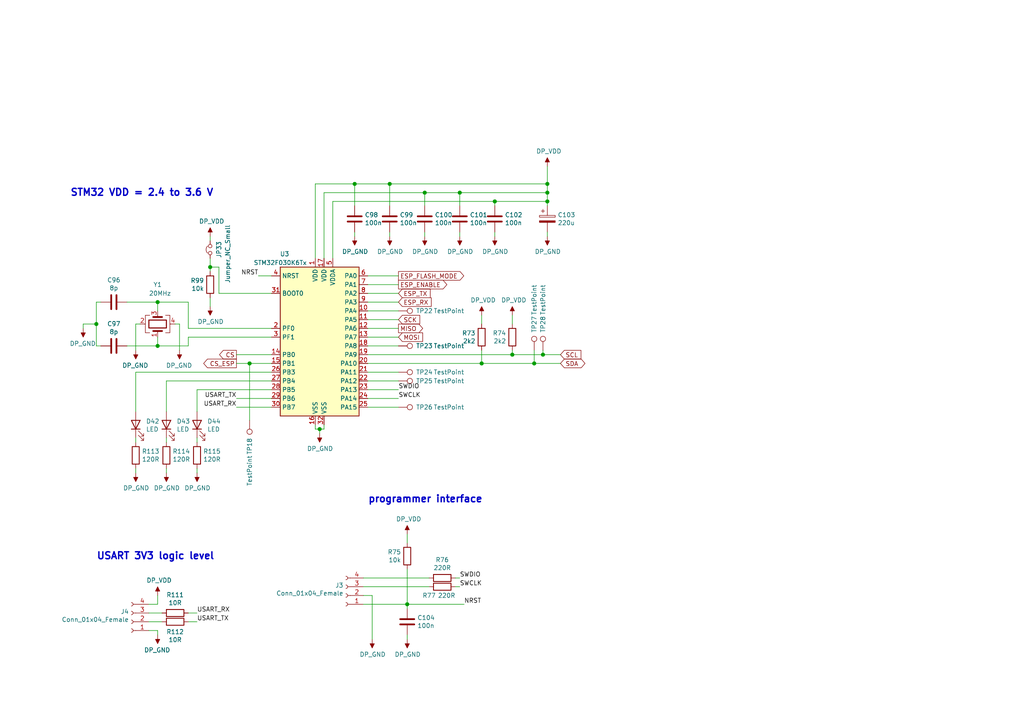
<source format=kicad_sch>
(kicad_sch (version 20210621) (generator eeschema)
  (paper "A4")
  (title_block (title "EEG signal processing") (rev "1.0") (company "MIT License"))
  (lib_symbols
    (symbol "Connector:Conn_01x04_Female" (pin_names (offset 1.016) hide)
      (property "Reference" "J" (at 0 5.08 0))
      (property "Value" "Conn_01x04_Female" (at 0 -7.62 0))
      (symbol "Conn_01x04_Female_1_1"
        (arc (start 0 -4.572) (end 0 -5.588) (radius (at 0 -5.08) (length 0.508) (angles 90.1 -90.1)) (stroke (width 0.1524)))
        (arc (start 0 -2.032) (end 0 -3.048) (radius (at 0 -2.54) (length 0.508) (angles 90.1 -90.1)) (stroke (width 0.1524)))
        (arc (start 0 0.508) (end 0 -0.508) (radius (at 0 0) (length 0.508) (angles 90.1 -90.1)) (stroke (width 0.1524)))
        (arc (start 0 3.048) (end 0 2.032) (radius (at 0 2.54) (length 0.508) (angles 90.1 -90.1)) (stroke (width 0.1524)))
        (polyline (pts (xy -1.27 -5.08) (xy -0.508 -5.08)) (stroke (width 0.1524)))
        (polyline (pts (xy -1.27 -2.54) (xy -0.508 -2.54)) (stroke (width 0.1524)))
        (polyline (pts (xy -1.27 0) (xy -0.508 0)) (stroke (width 0.1524)))
        (polyline (pts (xy -1.27 2.54) (xy -0.508 2.54)) (stroke (width 0.1524)))
        (pin passive line (at -5.08 2.54 0) (length 3.81) (name "Pin_1") (number "1"))
        (pin passive line (at -5.08 0 0) (length 3.81) (name "Pin_2") (number "2"))
        (pin passive line (at -5.08 -2.54 0) (length 3.81) (name "Pin_3") (number "3"))
        (pin passive line (at -5.08 -5.08 0) (length 3.81) (name "Pin_4") (number "4"))
      )
    )
    (symbol "Connector:TestPoint" (pin_numbers hide) (pin_names (offset 0.762) hide)
      (property "Reference" "TP" (at 0 6.858 0))
      (property "Value" "TestPoint" (at 0 5.08 0))
      (symbol "TestPoint_0_1"
        (circle (center 0 3.302) (radius 0.762))
      )
      (symbol "TestPoint_1_1"
        (pin passive line (at 0 0 90) (length 2.54) (name "1") (number "1"))
      )
    )
    (symbol "Device:C" (pin_numbers hide) (pin_names (offset 0.254))
      (property "Reference" "C" (at 0.635 2.54 0))
      (property "Value" "C" (at 0.635 -2.54 0))
      (symbol "C_0_1"
        (polyline (pts (xy -2.032 -0.762) (xy 2.032 -0.762)) (stroke (width 0.508)))
        (polyline (pts (xy -2.032 0.762) (xy 2.032 0.762)) (stroke (width 0.508)))
      )
      (symbol "C_1_1"
        (pin passive line (at 0 3.81 270) (length 2.794) (name "~") (number "1"))
        (pin passive line (at 0 -3.81 90) (length 2.794) (name "~") (number "2"))
      )
    )
    (symbol "Device:CP" (pin_numbers hide) (pin_names (offset 0.254))
      (property "Reference" "C" (at 0.635 2.54 0))
      (property "Value" "CP" (at 0.635 -2.54 0))
      (symbol "CP_0_1"
        (rectangle (start -2.286 0.508) (end 2.286 1.016))
        (rectangle (start 2.286 -0.508) (end -2.286 -1.016) (fill (type outline)))
        (polyline (pts (xy -1.778 2.286) (xy -0.762 2.286)))
        (polyline (pts (xy -1.27 2.794) (xy -1.27 1.778)))
      )
      (symbol "CP_1_1"
        (pin passive line (at 0 3.81 270) (length 2.794) (name "~") (number "1"))
        (pin passive line (at 0 -3.81 90) (length 2.794) (name "~") (number "2"))
      )
    )
    (symbol "Device:Crystal_GND24" (pin_names (offset 1.016) hide)
      (property "Reference" "Y" (at 3.175 5.08 0))
      (property "Value" "Crystal_GND24" (at 3.175 3.175 0))
      (symbol "Crystal_GND24_0_1"
        (rectangle (start -1.143 2.54) (end 1.143 -2.54) (stroke (width 0.3048)))
        (polyline (pts (xy -2.54 0) (xy -2.032 0)))
        (polyline (pts (xy -2.032 -1.27) (xy -2.032 1.27)) (stroke (width 0.508)))
        (polyline (pts (xy 0 -3.81) (xy 0 -3.556)))
        (polyline (pts (xy 0 3.556) (xy 0 3.81)))
        (polyline (pts (xy 2.032 -1.27) (xy 2.032 1.27)) (stroke (width 0.508)))
        (polyline (pts (xy 2.032 0) (xy 2.54 0)))
        (polyline (pts (xy -2.54 -2.286) (xy -2.54 -3.556) (xy 2.54 -3.556) (xy 2.54 -2.286)))
        (polyline (pts (xy -2.54 2.286) (xy -2.54 3.556) (xy 2.54 3.556) (xy 2.54 2.286)))
      )
      (symbol "Crystal_GND24_1_1"
        (pin passive line (at -3.81 0 0) (length 1.27) (name "1") (number "1"))
        (pin passive line (at 0 5.08 270) (length 1.27) (name "2") (number "2"))
        (pin passive line (at 3.81 0 180) (length 1.27) (name "3") (number "3"))
        (pin passive line (at 0 -5.08 90) (length 1.27) (name "4") (number "4"))
      )
    )
    (symbol "Device:Jumper_NC_Small" (pin_numbers hide) (pin_names (offset 0.762) hide)
      (property "Reference" "JP" (at 0 2.032 0))
      (property "Value" "Jumper_NC_Small" (at 0.254 -1.524 0))
      (symbol "Jumper_NC_Small_0_1"
        (arc (start 1.016 0.762) (end -1.016 0.762) (radius (at 0 -0.254) (length 1.4478) (angles 45 135)))
        (circle (center -1.016 0) (radius 0.508))
        (circle (center 1.016 0) (radius 0.508))
        (pin passive line (at -2.54 0 0) (length 1.016) (name "1") (number "1"))
        (pin passive line (at 2.54 0 180) (length 1.016) (name "2") (number "2"))
      )
    )
    (symbol "Device:LED" (pin_numbers hide) (pin_names (offset 1.016) hide)
      (property "Reference" "D" (at 0 2.54 0))
      (property "Value" "LED" (at 0 -2.54 0))
      (symbol "LED_0_1"
        (polyline (pts (xy -1.27 -1.27) (xy -1.27 1.27)) (stroke (width 0.254)))
        (polyline (pts (xy -1.27 0) (xy 1.27 0)))
        (polyline (pts (xy 1.27 -1.27) (xy 1.27 1.27) (xy -1.27 0) (xy 1.27 -1.27)) (stroke (width 0.254)))
        (polyline (pts (xy -3.048 -0.762) (xy -4.572 -2.286) (xy -3.81 -2.286) (xy -4.572 -2.286) (xy -4.572 -1.524)))
        (polyline (pts (xy -1.778 -0.762) (xy -3.302 -2.286) (xy -2.54 -2.286) (xy -3.302 -2.286) (xy -3.302 -1.524)))
      )
      (symbol "LED_1_1"
        (pin passive line (at -3.81 0 0) (length 2.54) (name "K") (number "1"))
        (pin passive line (at 3.81 0 180) (length 2.54) (name "A") (number "2"))
      )
    )
    (symbol "Device:R" (pin_numbers hide) (pin_names (offset 0))
      (property "Reference" "R" (at 2.032 0 90))
      (property "Value" "R" (at 0 0 90))
      (symbol "R_0_1"
        (rectangle (start -1.016 -2.54) (end 1.016 2.54) (stroke (width 0.254)))
      )
      (symbol "R_1_1"
        (pin passive line (at 0 3.81 270) (length 1.27) (name "~") (number "1"))
        (pin passive line (at 0 -3.81 90) (length 1.27) (name "~") (number "2"))
      )
    )
    (symbol "Electroencephalograph:DP_GND" (pin_names (offset 0))
      (property "Value" "DP_GND" (at 0 -3.81 0))
      (symbol "DP_GND_1_1"
        (polyline (pts (xy 0 0) (xy 0 -1.27)))
        (polyline (pts (xy 0 -1.27) (xy -0.635 -1.27) (xy 0 -2.54) (xy 0.635 -1.27) (xy 0 -1.27)) (fill (type outline)))
        (pin power_in line (at 0 0 270) (length 0) hide (name "DP_GND") (number "1"))
      )
    )
    (symbol "Electroencephalograph:DP_VDD" (pin_names (offset 0))
      (property "Value" "DP_VDD" (at 0 3.175 0))
      (symbol "DP_VDD_1_1"
        (polyline (pts (xy 0 0) (xy 0 1.27)))
        (polyline (pts (xy 0 1.27) (xy 0.635 1.27) (xy 0 2.54) (xy -0.635 1.27) (xy 0 1.27)) (fill (type outline)))
        (pin power_in line (at 0 0 90) (length 0) hide (name "DP_VDD") (number "1"))
      )
    )
    (symbol "MCU_ST_STM32F0:STM32F030K6Tx"
      (property "Reference" "U" (at -12.7 21.59 0))
      (property "Value" "STM32F030K6Tx" (at 5.08 21.59 0))
      (symbol "STM32F030K6Tx_0_1"
        (rectangle (start -12.7 -22.86) (end 10.16 20.32) (stroke (width 0.254)) (fill (type background)))
      )
      (symbol "STM32F030K6Tx_1_1"
        (pin power_in line (at -2.54 22.86 270) (length 2.54) (name "VDD") (number "1"))
        (pin bidirectional line (at 12.7 7.62 180) (length 2.54) (name "PA4") (number "10"))
        (pin bidirectional line (at 12.7 5.08 180) (length 2.54) (name "PA5") (number "11"))
        (pin bidirectional line (at 12.7 2.54 180) (length 2.54) (name "PA6") (number "12"))
        (pin bidirectional line (at 12.7 0 180) (length 2.54) (name "PA7") (number "13"))
        (pin bidirectional line (at -15.24 -5.08 0) (length 2.54) (name "PB0") (number "14"))
        (pin bidirectional line (at -15.24 -7.62 0) (length 2.54) (name "PB1") (number "15"))
        (pin power_in line (at -2.54 -25.4 90) (length 2.54) (name "VSS") (number "16"))
        (pin power_in line (at 0 22.86 270) (length 2.54) (name "VDD") (number "17"))
        (pin bidirectional line (at 12.7 -2.54 180) (length 2.54) (name "PA8") (number "18"))
        (pin bidirectional line (at 12.7 -5.08 180) (length 2.54) (name "PA9") (number "19"))
        (pin input line (at -15.24 2.54 0) (length 2.54) (name "PF0") (number "2"))
        (pin bidirectional line (at 12.7 -7.62 180) (length 2.54) (name "PA10") (number "20"))
        (pin bidirectional line (at 12.7 -10.16 180) (length 2.54) (name "PA11") (number "21"))
        (pin bidirectional line (at 12.7 -12.7 180) (length 2.54) (name "PA12") (number "22"))
        (pin bidirectional line (at 12.7 -15.24 180) (length 2.54) (name "PA13") (number "23"))
        (pin bidirectional line (at 12.7 -17.78 180) (length 2.54) (name "PA14") (number "24"))
        (pin bidirectional line (at 12.7 -20.32 180) (length 2.54) (name "PA15") (number "25"))
        (pin bidirectional line (at -15.24 -10.16 0) (length 2.54) (name "PB3") (number "26"))
        (pin bidirectional line (at -15.24 -12.7 0) (length 2.54) (name "PB4") (number "27"))
        (pin bidirectional line (at -15.24 -15.24 0) (length 2.54) (name "PB5") (number "28"))
        (pin bidirectional line (at -15.24 -17.78 0) (length 2.54) (name "PB6") (number "29"))
        (pin input line (at -15.24 0 0) (length 2.54) (name "PF1") (number "3"))
        (pin bidirectional line (at -15.24 -20.32 0) (length 2.54) (name "PB7") (number "30"))
        (pin input line (at -15.24 12.7 0) (length 2.54) (name "BOOT0") (number "31"))
        (pin power_in line (at 0 -25.4 90) (length 2.54) (name "VSS") (number "32"))
        (pin input line (at -15.24 17.78 0) (length 2.54) (name "NRST") (number "4"))
        (pin power_in line (at 2.54 22.86 270) (length 2.54) (name "VDDA") (number "5"))
        (pin bidirectional line (at 12.7 17.78 180) (length 2.54) (name "PA0") (number "6"))
        (pin bidirectional line (at 12.7 15.24 180) (length 2.54) (name "PA1") (number "7"))
        (pin bidirectional line (at 12.7 12.7 180) (length 2.54) (name "PA2") (number "8"))
        (pin bidirectional line (at 12.7 10.16 180) (length 2.54) (name "PA3") (number "9"))
      )
    )
  )
  (junction (at 27.94 93.98) (diameter 1.016))
  (junction (at 45.72 87.63) (diameter 1.016))
  (junction (at 45.72 100.33) (diameter 1.016))
  (junction (at 60.96 77.47) (diameter 1.016))
  (junction (at 72.39 105.41) (diameter 1.016))
  (junction (at 92.71 124.46) (diameter 1.016))
  (junction (at 102.87 53.34) (diameter 1.016))
  (junction (at 113.03 53.34) (diameter 1.016))
  (junction (at 118.11 175.26) (diameter 1.016))
  (junction (at 123.19 55.88) (diameter 1.016))
  (junction (at 133.35 55.88) (diameter 1.016))
  (junction (at 139.7 105.41) (diameter 1.016))
  (junction (at 143.51 58.42) (diameter 1.016))
  (junction (at 148.59 102.87) (diameter 1.016))
  (junction (at 154.94 105.41) (diameter 1.016))
  (junction (at 157.48 102.87) (diameter 1.016))
  (junction (at 158.75 53.34) (diameter 1.016))
  (junction (at 158.75 55.88) (diameter 1.016))
  (junction (at 158.75 58.42) (diameter 1.016))
  (wire (pts (xy 24.13 93.98) (xy 27.94 93.98)))
  (wire (pts (xy 24.13 95.25) (xy 24.13 93.98)))
  (wire (pts (xy 27.94 87.63) (xy 27.94 93.98)))
  (wire (pts (xy 27.94 93.98) (xy 27.94 100.33)))
  (wire (pts (xy 29.21 87.63) (xy 27.94 87.63)))
  (wire (pts (xy 29.21 100.33) (xy 27.94 100.33)))
  (wire (pts (xy 36.83 87.63) (xy 45.72 87.63)))
  (wire (pts (xy 36.83 100.33) (xy 45.72 100.33)))
  (wire (pts (xy 39.37 93.98) (xy 39.37 101.6)))
  (wire (pts (xy 39.37 107.95) (xy 39.37 119.38)))
  (wire (pts (xy 39.37 107.95) (xy 78.74 107.95)))
  (wire (pts (xy 39.37 127) (xy 39.37 128.27)))
  (wire (pts (xy 39.37 137.16) (xy 39.37 135.89)))
  (wire (pts (xy 40.64 93.98) (xy 39.37 93.98)))
  (wire (pts (xy 43.18 175.26) (xy 45.72 175.26)))
  (wire (pts (xy 43.18 177.8) (xy 46.99 177.8)))
  (wire (pts (xy 43.18 180.34) (xy 46.99 180.34)))
  (wire (pts (xy 43.18 182.88) (xy 45.72 182.88)))
  (wire (pts (xy 45.72 87.63) (xy 45.72 90.17)))
  (wire (pts (xy 45.72 100.33) (xy 45.72 97.79)))
  (wire (pts (xy 45.72 175.26) (xy 45.72 172.72)))
  (wire (pts (xy 45.72 182.88) (xy 45.72 184.15)))
  (wire (pts (xy 48.26 110.49) (xy 48.26 119.38)))
  (wire (pts (xy 48.26 110.49) (xy 78.74 110.49)))
  (wire (pts (xy 48.26 127) (xy 48.26 128.27)))
  (wire (pts (xy 48.26 137.16) (xy 48.26 135.89)))
  (wire (pts (xy 50.8 93.98) (xy 52.07 93.98)))
  (wire (pts (xy 52.07 93.98) (xy 52.07 101.6)))
  (wire (pts (xy 54.61 87.63) (xy 45.72 87.63)))
  (wire (pts (xy 54.61 95.25) (xy 54.61 87.63)))
  (wire (pts (xy 54.61 97.79) (xy 54.61 100.33)))
  (wire (pts (xy 54.61 100.33) (xy 45.72 100.33)))
  (wire (pts (xy 54.61 177.8) (xy 57.15 177.8)))
  (wire (pts (xy 54.61 180.34) (xy 57.15 180.34)))
  (wire (pts (xy 57.15 113.03) (xy 57.15 119.38)))
  (wire (pts (xy 57.15 113.03) (xy 78.74 113.03)))
  (wire (pts (xy 57.15 127) (xy 57.15 128.27)))
  (wire (pts (xy 57.15 137.16) (xy 57.15 135.89)))
  (wire (pts (xy 60.96 68.58) (xy 60.96 69.85)))
  (wire (pts (xy 60.96 74.93) (xy 60.96 77.47)))
  (wire (pts (xy 60.96 77.47) (xy 60.96 78.74)))
  (wire (pts (xy 60.96 86.36) (xy 60.96 88.9)))
  (wire (pts (xy 63.5 77.47) (xy 60.96 77.47)))
  (wire (pts (xy 63.5 85.09) (xy 63.5 77.47)))
  (wire (pts (xy 63.5 85.09) (xy 78.74 85.09)))
  (wire (pts (xy 68.58 102.87) (xy 78.74 102.87)))
  (wire (pts (xy 72.39 105.41) (xy 68.58 105.41)))
  (wire (pts (xy 72.39 121.92) (xy 72.39 105.41)))
  (wire (pts (xy 78.74 80.01) (xy 74.93 80.01)))
  (wire (pts (xy 78.74 95.25) (xy 54.61 95.25)))
  (wire (pts (xy 78.74 97.79) (xy 54.61 97.79)))
  (wire (pts (xy 78.74 105.41) (xy 72.39 105.41)))
  (wire (pts (xy 78.74 115.57) (xy 68.58 115.57)))
  (wire (pts (xy 78.74 118.11) (xy 68.58 118.11)))
  (wire (pts (xy 91.44 53.34) (xy 102.87 53.34)))
  (wire (pts (xy 91.44 74.93) (xy 91.44 53.34)))
  (wire (pts (xy 91.44 123.19) (xy 91.44 124.46)))
  (wire (pts (xy 91.44 124.46) (xy 92.71 124.46)))
  (wire (pts (xy 92.71 124.46) (xy 93.98 124.46)))
  (wire (pts (xy 92.71 125.73) (xy 92.71 124.46)))
  (wire (pts (xy 93.98 55.88) (xy 123.19 55.88)))
  (wire (pts (xy 93.98 74.93) (xy 93.98 55.88)))
  (wire (pts (xy 93.98 124.46) (xy 93.98 123.19)))
  (wire (pts (xy 96.52 58.42) (xy 143.51 58.42)))
  (wire (pts (xy 96.52 74.93) (xy 96.52 58.42)))
  (wire (pts (xy 102.87 53.34) (xy 113.03 53.34)))
  (wire (pts (xy 102.87 59.69) (xy 102.87 53.34)))
  (wire (pts (xy 102.87 68.58) (xy 102.87 67.31)))
  (wire (pts (xy 105.41 167.64) (xy 124.46 167.64)))
  (wire (pts (xy 105.41 170.18) (xy 124.46 170.18)))
  (wire (pts (xy 105.41 172.72) (xy 107.95 172.72)))
  (wire (pts (xy 105.41 175.26) (xy 118.11 175.26)))
  (wire (pts (xy 106.68 85.09) (xy 115.57 85.09)))
  (wire (pts (xy 106.68 87.63) (xy 115.57 87.63)))
  (wire (pts (xy 106.68 92.71) (xy 115.57 92.71)))
  (wire (pts (xy 106.68 95.25) (xy 115.57 95.25)))
  (wire (pts (xy 106.68 97.79) (xy 115.57 97.79)))
  (wire (pts (xy 106.68 102.87) (xy 148.59 102.87)))
  (wire (pts (xy 106.68 105.41) (xy 139.7 105.41)))
  (wire (pts (xy 106.68 113.03) (xy 115.57 113.03)))
  (wire (pts (xy 106.68 115.57) (xy 115.57 115.57)))
  (wire (pts (xy 106.68 118.11) (xy 115.57 118.11)))
  (wire (pts (xy 107.95 172.72) (xy 107.95 185.42)))
  (wire (pts (xy 113.03 53.34) (xy 158.75 53.34)))
  (wire (pts (xy 113.03 59.69) (xy 113.03 53.34)))
  (wire (pts (xy 113.03 68.58) (xy 113.03 67.31)))
  (wire (pts (xy 115.57 80.01) (xy 106.68 80.01)))
  (wire (pts (xy 115.57 82.55) (xy 106.68 82.55)))
  (wire (pts (xy 115.57 90.17) (xy 106.68 90.17)))
  (wire (pts (xy 115.57 100.33) (xy 106.68 100.33)))
  (wire (pts (xy 115.57 107.95) (xy 106.68 107.95)))
  (wire (pts (xy 115.57 110.49) (xy 106.68 110.49)))
  (wire (pts (xy 118.11 157.48) (xy 118.11 154.94)))
  (wire (pts (xy 118.11 175.26) (xy 118.11 165.1)))
  (wire (pts (xy 118.11 175.26) (xy 118.11 176.53)))
  (wire (pts (xy 118.11 185.42) (xy 118.11 184.15)))
  (wire (pts (xy 123.19 55.88) (xy 133.35 55.88)))
  (wire (pts (xy 123.19 59.69) (xy 123.19 55.88)))
  (wire (pts (xy 123.19 68.58) (xy 123.19 67.31)))
  (wire (pts (xy 132.08 167.64) (xy 133.35 167.64)))
  (wire (pts (xy 132.08 170.18) (xy 133.35 170.18)))
  (wire (pts (xy 133.35 55.88) (xy 158.75 55.88)))
  (wire (pts (xy 133.35 59.69) (xy 133.35 55.88)))
  (wire (pts (xy 133.35 68.58) (xy 133.35 67.31)))
  (wire (pts (xy 134.62 175.26) (xy 118.11 175.26)))
  (wire (pts (xy 139.7 93.98) (xy 139.7 91.44)))
  (wire (pts (xy 139.7 101.6) (xy 139.7 105.41)))
  (wire (pts (xy 139.7 105.41) (xy 154.94 105.41)))
  (wire (pts (xy 143.51 58.42) (xy 158.75 58.42)))
  (wire (pts (xy 143.51 59.69) (xy 143.51 58.42)))
  (wire (pts (xy 143.51 68.58) (xy 143.51 67.31)))
  (wire (pts (xy 148.59 93.98) (xy 148.59 91.44)))
  (wire (pts (xy 148.59 101.6) (xy 148.59 102.87)))
  (wire (pts (xy 148.59 102.87) (xy 157.48 102.87)))
  (wire (pts (xy 154.94 101.6) (xy 154.94 105.41)))
  (wire (pts (xy 154.94 105.41) (xy 162.56 105.41)))
  (wire (pts (xy 157.48 101.6) (xy 157.48 102.87)))
  (wire (pts (xy 157.48 102.87) (xy 162.56 102.87)))
  (wire (pts (xy 158.75 48.26) (xy 158.75 53.34)))
  (wire (pts (xy 158.75 55.88) (xy 158.75 53.34)))
  (wire (pts (xy 158.75 58.42) (xy 158.75 55.88)))
  (wire (pts (xy 158.75 59.69) (xy 158.75 58.42)))
  (wire (pts (xy 158.75 68.58) (xy 158.75 67.31)))
  (text "STM32 VDD = 2.4 to 3.6 V" (at 20.32 57.15 0) (effects (font (size 2.0066 2.0066) (thickness 0.4013) bold) (justify left bottom)))
  (text "USART 3V3 logic level" (at 27.94 162.56 0) (effects (font (size 2.0066 2.0066) (thickness 0.4013) bold) (justify left bottom)))
  (text "programmer interface" (at 106.68 146.05 0) (effects (font (size 2.0066 2.0066) (thickness 0.4013) bold) (justify left bottom)))
  (label "USART_RX" (at 57.15 177.8 0))
  (label "USART_TX" (at 57.15 180.34 0))
  (label "USART_TX" (at 68.58 115.57 180))
  (label "USART_RX" (at 68.58 118.11 180))
  (label "NRST" (at 74.93 80.01 180))
  (label "SWDIO" (at 115.57 113.03 0))
  (label "SWCLK" (at 115.57 115.57 0))
  (label "SWDIO" (at 133.35 167.64 0))
  (label "SWCLK" (at 133.35 170.18 0))
  (label "NRST" (at 134.62 175.26 0))
  (global_label "CS" (shape output) (at 68.58 102.87 180) (property "Intersheet References" "${INTERSHEET_REFS}" (effects hide)))
  (global_label "CS_ESP" (shape output) (at 68.58 105.41 180) (property "Intersheet References" "${INTERSHEET_REFS}" (effects hide)))
  (global_label "ESP_FLASH_MODE" (shape output) (at 115.57 80.01 0) (property "Intersheet References" "${INTERSHEET_REFS}" (effects hide)))
  (global_label "ESP_ENABLE" (shape output) (at 115.57 82.55 0) (property "Intersheet References" "${INTERSHEET_REFS}" (effects hide)))
  (global_label "ESP_TX" (shape input) (at 115.57 85.09 0) (property "Intersheet References" "${INTERSHEET_REFS}" (effects hide)))
  (global_label "ESP_RX" (shape input) (at 115.57 87.63 0) (property "Intersheet References" "${INTERSHEET_REFS}" (effects hide)))
  (global_label "SCK" (shape input) (at 115.57 92.71 0) (property "Intersheet References" "${INTERSHEET_REFS}" (effects hide)))
  (global_label "MISO" (shape output) (at 115.57 95.25 0) (property "Intersheet References" "${INTERSHEET_REFS}" (effects hide)))
  (global_label "MOSI" (shape input) (at 115.57 97.79 0) (property "Intersheet References" "${INTERSHEET_REFS}" (effects hide)))
  (global_label "SCL" (shape input) (at 162.56 102.87 0) (property "Intersheet References" "${INTERSHEET_REFS}" (effects hide)))
  (global_label "SDA" (shape bidirectional) (at 162.56 105.41 0) (property "Intersheet References" "${INTERSHEET_REFS}" (effects hide)))
  (symbol (lib_id "Electroencephalograph:DP_GND") (at 24.13 95.25 0) (mirror y)
    (property "Reference" "#PWR178" (effects hide))
    (property "Value" "DP_GND" (at 24.003 99.6442 0))
  )
  (symbol (lib_id "Electroencephalograph:DP_GND") (at 39.37 101.6 0) (mirror y)
    (property "Reference" "#PWR179" (effects hide))
    (property "Value" "DP_GND" (at 39.243 105.9942 0))
  )
  (symbol (lib_id "Electroencephalograph:DP_GND") (at 39.37 137.16 0)
    (property "Reference" "#PWR232" (effects hide))
    (property "Value" "DP_GND" (at 39.497 141.5542 0))
  )
  (symbol (lib_id "Electroencephalograph:DP_VDD") (at 45.72 172.72 0) (unit 1)
    (property "Reference" "#PWR214" (effects hide))
    (property "Value" "DP_VDD" (at 46.1518 168.3258 0))
  )
  (symbol (lib_id "Electroencephalograph:DP_GND") (at 45.72 184.15 0) (mirror y)
    (property "Reference" "#PWR191" (effects hide))
    (property "Value" "DP_GND" (at 45.593 188.5442 0))
  )
  (symbol (lib_id "Electroencephalograph:DP_GND") (at 48.26 137.16 0)
    (property "Reference" "#PWR233" (effects hide))
    (property "Value" "DP_GND" (at 48.387 141.5542 0))
  )
  (symbol (lib_id "Electroencephalograph:DP_GND") (at 52.07 101.6 0) (mirror y)
    (property "Reference" "#PWR180" (effects hide))
    (property "Value" "DP_GND" (at 51.943 105.9942 0))
  )
  (symbol (lib_id "Electroencephalograph:DP_GND") (at 57.15 137.16 0)
    (property "Reference" "#PWR234" (effects hide))
    (property "Value" "DP_GND" (at 57.277 141.5542 0))
  )
  (symbol (lib_id "Electroencephalograph:DP_VDD") (at 60.96 68.58 0) (unit 1)
    (property "Reference" "#PWR219" (effects hide))
    (property "Value" "DP_VDD" (at 61.3918 64.1858 0))
  )
  (symbol (lib_id "Electroencephalograph:DP_GND") (at 60.96 88.9 0)
    (property "Reference" "#PWR181" (effects hide))
    (property "Value" "DP_GND" (at 61.087 93.2942 0))
  )
  (symbol (lib_id "Electroencephalograph:DP_GND") (at 92.71 125.73 0)
    (property "Reference" "#PWR182" (effects hide))
    (property "Value" "DP_GND" (at 92.837 130.1242 0))
  )
  (symbol (lib_id "Electroencephalograph:DP_GND") (at 102.87 68.58 0)
    (property "Reference" "#PWR183" (effects hide))
    (property "Value" "DP_GND" (at 102.997 72.9742 0))
  )
  (symbol (lib_id "Electroencephalograph:DP_GND") (at 107.95 185.42 0)
    (property "Reference" "#PWR189" (effects hide))
    (property "Value" "DP_GND" (at 108.077 189.8142 0))
  )
  (symbol (lib_id "Electroencephalograph:DP_GND") (at 113.03 68.58 0)
    (property "Reference" "#PWR184" (effects hide))
    (property "Value" "DP_GND" (at 113.157 72.9742 0))
  )
  (symbol (lib_id "Electroencephalograph:DP_VDD") (at 118.11 154.94 0) (unit 1)
    (property "Reference" "#PWR215" (effects hide))
    (property "Value" "DP_VDD" (at 118.5418 150.5458 0))
  )
  (symbol (lib_id "Electroencephalograph:DP_GND") (at 118.11 185.42 0)
    (property "Reference" "#PWR190" (effects hide))
    (property "Value" "DP_GND" (at 118.237 189.8142 0))
  )
  (symbol (lib_id "Electroencephalograph:DP_GND") (at 123.19 68.58 0)
    (property "Reference" "#PWR185" (effects hide))
    (property "Value" "DP_GND" (at 123.317 72.9742 0))
  )
  (symbol (lib_id "Electroencephalograph:DP_GND") (at 133.35 68.58 0)
    (property "Reference" "#PWR186" (effects hide))
    (property "Value" "DP_GND" (at 133.477 72.9742 0))
  )
  (symbol (lib_id "Electroencephalograph:DP_VDD") (at 139.7 91.44 0) (unit 1)
    (property "Reference" "#PWR216" (effects hide))
    (property "Value" "DP_VDD" (at 140.1318 87.0458 0))
  )
  (symbol (lib_id "Electroencephalograph:DP_GND") (at 143.51 68.58 0)
    (property "Reference" "#PWR187" (effects hide))
    (property "Value" "DP_GND" (at 143.637 72.9742 0))
  )
  (symbol (lib_id "Electroencephalograph:DP_VDD") (at 148.59 91.44 0) (unit 1)
    (property "Reference" "#PWR218" (effects hide))
    (property "Value" "DP_VDD" (at 149.0218 87.0458 0))
  )
  (symbol (lib_id "Electroencephalograph:DP_VDD") (at 158.75 48.26 0) (unit 1)
    (property "Reference" "#PWR217" (effects hide))
    (property "Value" "DP_VDD" (at 159.1818 43.8658 0))
  )
  (symbol (lib_id "Electroencephalograph:DP_GND") (at 158.75 68.58 0)
    (property "Reference" "#PWR188" (effects hide))
    (property "Value" "DP_GND" (at 158.877 72.9742 0))
  )
  (symbol (lib_id "Connector:TestPoint") (at 72.39 121.92 180) (unit 1)
    (property "Reference" "TP18" (at 72.39 127 90) (effects (justify left)))
    (property "Value" "TestPoint" (at 72.39 132.08 90) (effects (justify left)))
    (property "Footprint" "TestPoint:TestPoint_Pad_D1.0mm" (effects hide))
  )
  (symbol (lib_id "Connector:TestPoint") (at 115.57 90.17 270) (unit 1)
    (property "Reference" "TP22" (at 120.65 90.17 90) (effects (justify left)))
    (property "Value" "TestPoint" (at 125.73 90.17 90) (effects (justify left)))
    (property "Footprint" "TestPoint:TestPoint_Pad_D1.0mm" (effects hide))
  )
  (symbol (lib_id "Connector:TestPoint") (at 115.57 100.33 270) (unit 1)
    (property "Reference" "TP23" (at 120.65 100.33 90) (effects (justify left)))
    (property "Value" "TestPoint" (at 125.73 100.33 90) (effects (justify left)))
    (property "Footprint" "TestPoint:TestPoint_Pad_D1.0mm" (effects hide))
  )
  (symbol (lib_id "Connector:TestPoint") (at 115.57 107.95 270) (unit 1)
    (property "Reference" "TP24" (at 120.65 107.95 90) (effects (justify left)))
    (property "Value" "TestPoint" (at 125.73 107.95 90) (effects (justify left)))
    (property "Footprint" "TestPoint:TestPoint_Pad_D1.0mm" (effects hide))
  )
  (symbol (lib_id "Connector:TestPoint") (at 115.57 110.49 270) (unit 1)
    (property "Reference" "TP25" (at 120.65 110.49 90) (effects (justify left)))
    (property "Value" "TestPoint" (at 125.73 110.49 90) (effects (justify left)))
    (property "Footprint" "TestPoint:TestPoint_Pad_D1.0mm" (effects hide))
  )
  (symbol (lib_id "Connector:TestPoint") (at 115.57 118.11 270) (unit 1)
    (property "Reference" "TP26" (at 120.65 118.11 90) (effects (justify left)))
    (property "Value" "TestPoint" (at 125.73 118.11 90) (effects (justify left)))
    (property "Footprint" "TestPoint:TestPoint_Pad_D1.0mm" (effects hide))
  )
  (symbol (lib_id "Connector:TestPoint") (at 154.94 101.6 0) (unit 1)
    (property "Reference" "TP27" (at 154.94 96.52 90) (effects (justify left)))
    (property "Value" "TestPoint" (at 154.94 91.44 90) (effects (justify left)))
    (property "Footprint" "TestPoint:TestPoint_Pad_D1.0mm" (effects hide))
  )
  (symbol (lib_id "Connector:TestPoint") (at 157.48 101.6 0) (unit 1)
    (property "Reference" "TP28" (at 157.48 96.52 90) (effects (justify left)))
    (property "Value" "TestPoint" (at 157.48 91.44 90) (effects (justify left)))
    (property "Footprint" "TestPoint:TestPoint_Pad_D1.0mm" (effects hide))
  )
  (symbol (lib_id "Device:Jumper_NC_Small") (at 60.96 72.39 90) (mirror x) (unit 1)
    (property "Reference" "JP33" (at 63.5 72.39 0))
    (property "Value" "Jumper_NC_Small" (at 66.04 73.66 0))
    (property "Footprint" "Jumper:SolderJumper-2_P1.3mm_Bridged2Bar_RoundedPad1.0x1.5mm" (effects hide))
  )
  (symbol (lib_id "Device:R") (at 39.37 132.08 0)
    (property "Reference" "R113" (at 41.148 130.9116 0) (effects (justify left)))
    (property "Value" "120R" (at 41.148 133.223 0) (effects (justify left)))
    (property "Footprint" "Resistor_SMD:R_0402_1005Metric" (effects hide))
  )
  (symbol (lib_id "Device:R") (at 48.26 132.08 0)
    (property "Reference" "R114" (at 50.038 130.9116 0) (effects (justify left)))
    (property "Value" "120R" (at 50.038 133.223 0) (effects (justify left)))
    (property "Footprint" "Resistor_SMD:R_0402_1005Metric" (effects hide))
  )
  (symbol (lib_id "Device:R") (at 50.8 177.8 270) (mirror x)
    (property "Reference" "R111" (at 50.8 172.5422 90))
    (property "Value" "10R" (at 50.8 174.8536 90))
    (property "Footprint" "Resistor_SMD:R_0402_1005Metric" (effects hide))
  )
  (symbol (lib_id "Device:R") (at 50.8 180.34 270) (mirror x)
    (property "Reference" "R112" (at 50.8 183.261 90))
    (property "Value" "10R" (at 50.8 185.5724 90))
    (property "Footprint" "Resistor_SMD:R_0402_1005Metric" (effects hide))
  )
  (symbol (lib_id "Device:R") (at 57.15 132.08 0)
    (property "Reference" "R115" (at 58.928 130.9116 0) (effects (justify left)))
    (property "Value" "120R" (at 58.928 133.223 0) (effects (justify left)))
    (property "Footprint" "Resistor_SMD:R_0402_1005Metric" (effects hide))
  )
  (symbol (lib_id "Device:R") (at 60.96 82.55 0) (mirror y)
    (property "Reference" "R99" (at 59.182 81.3816 0) (effects (justify left)))
    (property "Value" "10k" (at 59.182 83.693 0) (effects (justify left)))
    (property "Footprint" "Resistor_SMD:R_0402_1005Metric" (effects hide))
  )
  (symbol (lib_id "Device:R") (at 118.11 161.29 0) (mirror y)
    (property "Reference" "R75" (at 116.332 160.1216 0) (effects (justify left)))
    (property "Value" "10k" (at 116.332 162.433 0) (effects (justify left)))
    (property "Footprint" "Resistor_SMD:R_0402_1005Metric" (effects hide))
  )
  (symbol (lib_id "Device:R") (at 128.27 167.64 270) (mirror x)
    (property "Reference" "R76" (at 128.27 162.3822 90))
    (property "Value" "220R" (at 128.27 164.6936 90))
    (property "Footprint" "Resistor_SMD:R_0402_1005Metric" (effects hide))
  )
  (symbol (lib_id "Device:R") (at 128.27 170.18 270) (mirror x)
    (property "Reference" "R77" (at 124.46 172.72 90))
    (property "Value" "220R" (at 129.54 172.72 90))
    (property "Footprint" "Resistor_SMD:R_0402_1005Metric" (effects hide))
  )
  (symbol (lib_id "Device:R") (at 139.7 97.79 0) (mirror y)
    (property "Reference" "R73" (at 137.922 96.6216 0) (effects (justify left)))
    (property "Value" "2k2" (at 137.922 98.933 0) (effects (justify left)))
    (property "Footprint" "Resistor_SMD:R_0402_1005Metric" (effects hide))
  )
  (symbol (lib_id "Device:R") (at 148.59 97.79 0) (mirror y)
    (property "Reference" "R74" (at 146.812 96.6216 0) (effects (justify left)))
    (property "Value" "2k2" (at 146.812 98.933 0) (effects (justify left)))
    (property "Footprint" "Resistor_SMD:R_0402_1005Metric" (effects hide))
  )
  (symbol (lib_id "Device:LED") (at 39.37 123.19 90)
    (property "Reference" "D42" (at 42.3418 122.1994 90) (effects (justify right)))
    (property "Value" "LED" (at 42.3418 124.5108 90) (effects (justify right)))
    (property "Footprint" "LED_SMD:LED_0402_1005Metric" (effects hide))
  )
  (symbol (lib_id "Device:LED") (at 48.26 123.19 90)
    (property "Reference" "D43" (at 51.2318 122.1994 90) (effects (justify right)))
    (property "Value" "LED" (at 51.2318 124.5108 90) (effects (justify right)))
    (property "Footprint" "LED_SMD:LED_0402_1005Metric" (effects hide))
  )
  (symbol (lib_id "Device:LED") (at 57.15 123.19 90)
    (property "Reference" "D44" (at 60.1218 122.1994 90) (effects (justify right)))
    (property "Value" "LED" (at 60.1218 124.5108 90) (effects (justify right)))
    (property "Footprint" "LED_SMD:LED_0402_1005Metric" (effects hide))
  )
  (symbol (lib_id "Device:C") (at 33.02 87.63 90) (mirror x)
    (property "Reference" "C96" (at 33.02 81.2292 90))
    (property "Value" "8p" (at 33.02 83.5406 90))
    (property "Footprint" "Capacitor_SMD:C_0402_1005Metric" (effects hide))
  )
  (symbol (lib_id "Device:C") (at 33.02 100.33 90) (mirror x)
    (property "Reference" "C97" (at 33.02 93.9292 90))
    (property "Value" "8p" (at 33.02 96.2406 90))
    (property "Footprint" "Capacitor_SMD:C_0402_1005Metric" (effects hide))
  )
  (symbol (lib_id "Device:C") (at 102.87 63.5 0)
    (property "Reference" "C98" (at 105.791 62.3316 0) (effects (justify left)))
    (property "Value" "100n" (at 105.791 64.643 0) (effects (justify left)))
    (property "Footprint" "Capacitor_SMD:C_0402_1005Metric" (effects hide))
  )
  (symbol (lib_id "Device:C") (at 113.03 63.5 0)
    (property "Reference" "C99" (at 115.951 62.3316 0) (effects (justify left)))
    (property "Value" "100n" (at 115.951 64.643 0) (effects (justify left)))
    (property "Footprint" "Capacitor_SMD:C_0402_1005Metric" (effects hide))
  )
  (symbol (lib_id "Device:C") (at 118.11 180.34 0)
    (property "Reference" "C104" (at 121.031 179.1716 0) (effects (justify left)))
    (property "Value" "100n" (at 121.031 181.483 0) (effects (justify left)))
    (property "Footprint" "Capacitor_SMD:C_0402_1005Metric" (effects hide))
  )
  (symbol (lib_id "Device:C") (at 123.19 63.5 0)
    (property "Reference" "C100" (at 126.111 62.3316 0) (effects (justify left)))
    (property "Value" "100n" (at 126.111 64.643 0) (effects (justify left)))
    (property "Footprint" "Capacitor_SMD:C_0402_1005Metric" (effects hide))
  )
  (symbol (lib_id "Device:C") (at 133.35 63.5 0)
    (property "Reference" "C101" (at 136.271 62.3316 0) (effects (justify left)))
    (property "Value" "100n" (at 136.271 64.643 0) (effects (justify left)))
    (property "Footprint" "Capacitor_SMD:C_0402_1005Metric" (effects hide))
  )
  (symbol (lib_id "Device:C") (at 143.51 63.5 0)
    (property "Reference" "C102" (at 146.431 62.3316 0) (effects (justify left)))
    (property "Value" "100n" (at 146.431 64.643 0) (effects (justify left)))
    (property "Footprint" "Capacitor_SMD:C_0402_1005Metric" (effects hide))
  )
  (symbol (lib_id "Device:CP") (at 158.75 63.5 0) (unit 1)
    (property "Reference" "C103" (at 161.7472 62.3316 0) (effects (justify left)))
    (property "Value" "220u" (at 161.7472 64.643 0) (effects (justify left)))
    (property "Footprint" "Capacitor_SMD:CP_Elec_6.3x5.8" (effects hide))
  )
  (symbol (lib_id "Connector:Conn_01x04_Female") (at 38.1 180.34 180) (unit 1)
    (property "Reference" "J4" (at 37.3888 177.3936 0) (effects (justify left)))
    (property "Value" "Conn_01x04_Female" (at 37.3888 179.705 0) (effects (justify left)))
    (property "Footprint" "Connector_PinHeader_2.54mm:PinHeader_1x04_P2.54mm_Vertical" (effects hide))
  )
  (symbol (lib_id "Connector:Conn_01x04_Female") (at 100.33 172.72 180) (unit 1)
    (property "Reference" "J3" (at 99.6188 169.7736 0) (effects (justify left)))
    (property "Value" "Conn_01x04_Female" (at 99.6188 172.085 0) (effects (justify left)))
    (property "Footprint" "Connector_PinHeader_2.54mm:PinHeader_1x04_P2.54mm_Vertical" (effects hide))
  )
  (symbol (lib_id "Device:Crystal_GND24") (at 45.72 93.98 90) (unit 1)
    (property "Reference" "Y1" (at 44.45 82.55 90) (effects (justify right)))
    (property "Value" "20MHz" (at 43.18 85.09 90) (effects (justify right)))
    (property "Footprint" "Oscillator:Oscillator_SMD_EuroQuartz_XO53-4Pin_5.0x3.2mm" (effects hide))
  )
  (symbol (lib_id "MCU_ST_STM32F0:STM32F030K6Tx") (at 93.98 97.79 0) (unit 1)
    (property "Reference" "U3" (at 82.55 73.66 0))
    (property "Value" "STM32F030K6Tx" (at 81.28 76.2 0))
    (property "Footprint" "Package_QFP:LQFP-32_7x7mm_P0.8mm" (effects hide))
    (property "Datasheet" "http://www.st.com/st-web-ui/static/active/en/resource/technical/document/datasheet/DM00088500.pdf" (effects hide))
  )
)
</source>
